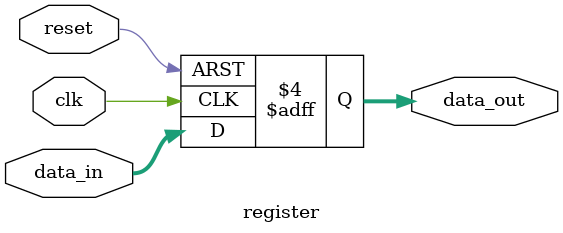
<source format=v>
`timescale 1ns / 1ps


module shift_register
#(
	parameter width = 256
)
(
    input wire clk,
    input wire reset,
    input wire data_in,
    output wire s_data_out,
    output reg [width-1:0] data_out
);

wire [width-1:0] data_next;

initial begin
    //Set the registers to 0
    data_out <= 0;
end

always @ (posedge clk or negedge reset) begin
    if(reset == 1'b0)begin
        //Set the registers to 0
        data_out <= 0;
    end
    else begin
        //Update our value
        data_out <= data_next;
    end
end

assign data_next = {data_in, data_out[width-1:1]};

assign s_data_out = data_out[0];

endmodule


module register
#(
	parameter width = 256
)
(
    input wire clk,
    input wire reset,
    input wire [width-1:0] data_in,
    output reg [width-1:0] data_out
);


initial begin
    //Set the registers to 0
    data_out <= 0;
end

always @ (posedge clk or negedge reset) begin
    if(reset == 1'b0)begin
        //Set the registers to 0
        data_out <= 0;
    end
    else begin
        //Update our value
        data_out <= data_in;
    end
end

endmodule
</source>
